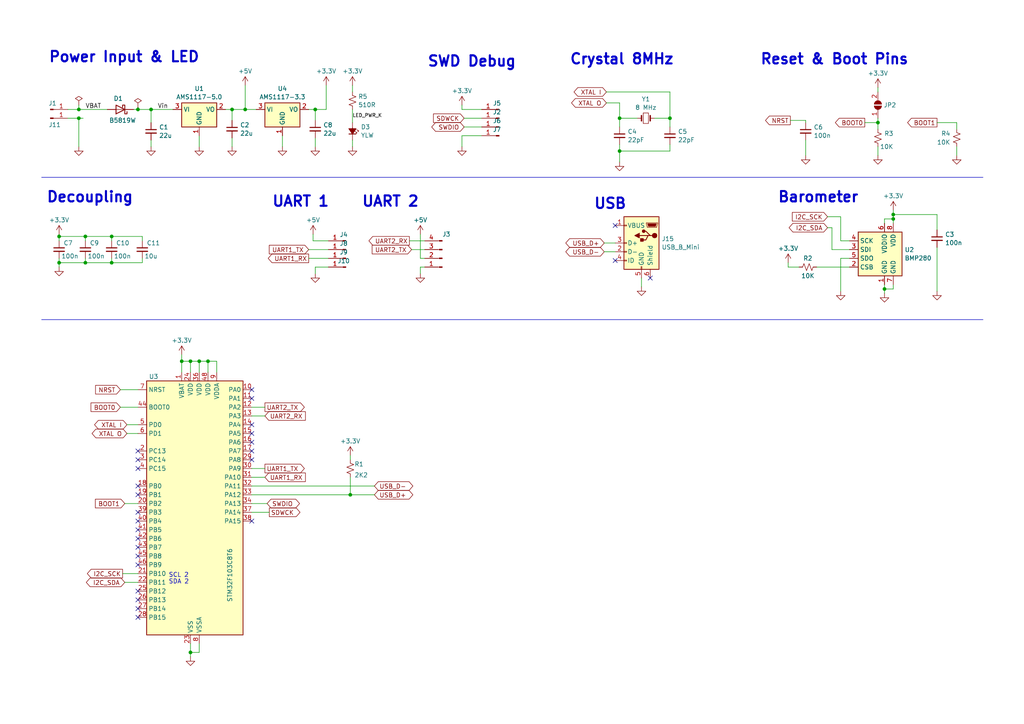
<source format=kicad_sch>
(kicad_sch (version 20230121) (generator eeschema)
  (paper "A4")
  (title_block (title "AltRX Project") (date "01-aug-2023") (rev "1.0") (company "(c) 2023 Claude Benoit"))
  (lib_symbols
    (symbol "Connector:Conn_01x01_Pin" (pin_names (offset 1.016) hide)
      (property "Reference" "J" (at 0 2.54 0))
      (property "Value" "Conn_01x01_Pin" (at 0 -2.54 0))
      (symbol "Conn_01x01_Pin_1_1"
        (polyline (pts (xy 1.27 0) (xy 0.8636 0)) (stroke (width 0.1524)))
        (rectangle (start 0.8636 0.127) (end 0 -0.127) (stroke (width 0.1524)) (fill (type outline)))
        (pin passive line (at 5.08 0 180) (length 3.81) (name "Pin_1") (number "1"))
      )
    )
    (symbol "Connector:Conn_01x04_Pin" (pin_names (offset 1.016) hide)
      (property "Reference" "J" (at 0 5.08 0))
      (property "Value" "Conn_01x04_Pin" (at 0 -7.62 0))
      (symbol "Conn_01x04_Pin_1_1"
        (polyline (pts (xy 1.27 -5.08) (xy 0.8636 -5.08)) (stroke (width 0.1524)))
        (polyline (pts (xy 1.27 -2.54) (xy 0.8636 -2.54)) (stroke (width 0.1524)))
        (polyline (pts (xy 1.27 0) (xy 0.8636 0)) (stroke (width 0.1524)))
        (polyline (pts (xy 1.27 2.54) (xy 0.8636 2.54)) (stroke (width 0.1524)))
        (rectangle (start 0.8636 -4.953) (end 0 -5.207) (stroke (width 0.1524)) (fill (type outline)))
        (rectangle (start 0.8636 -2.413) (end 0 -2.667) (stroke (width 0.1524)) (fill (type outline)))
        (rectangle (start 0.8636 0.127) (end 0 -0.127) (stroke (width 0.1524)) (fill (type outline)))
        (rectangle (start 0.8636 2.667) (end 0 2.413) (stroke (width 0.1524)) (fill (type outline)))
        (pin passive line (at 5.08 2.54 180) (length 3.81) (name "Pin_1") (number "1"))
        (pin passive line (at 5.08 0 180) (length 3.81) (name "Pin_2") (number "2"))
        (pin passive line (at 5.08 -2.54 180) (length 3.81) (name "Pin_3") (number "3"))
        (pin passive line (at 5.08 -5.08 180) (length 3.81) (name "Pin_4") (number "4"))
      )
    )
    (symbol "Connector:USB_B_Mini" (pin_names (offset 1.016))
      (property "Reference" "J" (at -5.08 11.43 0))
      (property "Value" "USB_B_Mini" (at -5.08 8.89 0))
      (symbol "USB_B_Mini_0_1"
        (rectangle (start -5.08 -7.62) (end 5.08 7.62) (stroke (width 0.254)) (fill (type background)))
        (circle (center -3.81 2.159) (radius 0.635) (stroke (width 0.254)) (fill (type outline)))
        (circle (center -0.635 3.429) (radius 0.381) (stroke (width 0.254)) (fill (type outline)))
        (rectangle (start -0.127 -7.62) (end 0.127 -6.858))
        (polyline (pts (xy -1.905 2.159) (xy 0.635 2.159)) (stroke (width 0.254)))
        (polyline (pts (xy -3.175 2.159) (xy -2.54 2.159) (xy -1.27 3.429) (xy -0.635 3.429)) (stroke (width 0.254)))
        (polyline (pts (xy -2.54 2.159) (xy -1.905 2.159) (xy -1.27 0.889) (xy 0 0.889)) (stroke (width 0.254)))
        (polyline (pts (xy 0.635 2.794) (xy 0.635 1.524) (xy 1.905 2.159) (xy 0.635 2.794)) (stroke (width 0.254)) (fill (type outline)))
        (polyline (pts (xy -4.318 5.588) (xy -1.778 5.588) (xy -2.032 4.826) (xy -4.064 4.826) (xy -4.318 5.588)) (fill (type outline)))
        (polyline (pts (xy -4.699 5.842) (xy -4.699 5.588) (xy -4.445 4.826) (xy -4.445 4.572) (xy -1.651 4.572) (xy -1.651 4.826) (xy -1.397 5.588) (xy -1.397 5.842) (xy -4.699 5.842)))
        (rectangle (start 0.254 1.27) (end -0.508 0.508) (stroke (width 0.254)) (fill (type outline)))
        (rectangle (start 5.08 -5.207) (end 4.318 -4.953))
        (rectangle (start 5.08 -2.667) (end 4.318 -2.413))
        (rectangle (start 5.08 -0.127) (end 4.318 0.127))
        (rectangle (start 5.08 4.953) (end 4.318 5.207))
      )
      (symbol "USB_B_Mini_1_1"
        (pin power_out line (at 7.62 5.08 180) (length 2.54) (name "VBUS") (number "1"))
        (pin bidirectional line (at 7.62 -2.54 180) (length 2.54) (name "D-") (number "2"))
        (pin bidirectional line (at 7.62 0 180) (length 2.54) (name "D+") (number "3"))
        (pin passive line (at 7.62 -5.08 180) (length 2.54) (name "ID") (number "4"))
        (pin power_out line (at 0 -10.16 90) (length 2.54) (name "GND") (number "5"))
        (pin passive line (at -2.54 -10.16 90) (length 2.54) (name "Shield") (number "6"))
      )
    )
    (symbol "Device:C_Small" (pin_numbers hide) (pin_names (offset 0.254) hide)
      (property "Reference" "C" (at 0.254 1.778 0))
      (property "Value" "C_Small" (at 0.254 -2.032 0))
      (symbol "C_Small_0_1"
        (polyline (pts (xy -1.524 -0.508) (xy 1.524 -0.508)) (stroke (width 0.3302)))
        (polyline (pts (xy -1.524 0.508) (xy 1.524 0.508)) (stroke (width 0.3048)))
      )
      (symbol "C_Small_1_1"
        (pin passive line (at 0 2.54 270) (length 2.032) (name "~") (number "1"))
        (pin passive line (at 0 -2.54 90) (length 2.032) (name "~") (number "2"))
      )
    )
    (symbol "Device:Crystal_Small" (pin_numbers hide) (pin_names (offset 1.016) hide)
      (property "Reference" "Y" (at 0 2.54 0))
      (property "Value" "Crystal_Small" (at 0 -2.54 0))
      (symbol "Crystal_Small_0_1"
        (rectangle (start -0.762 -1.524) (end 0.762 1.524))
        (polyline (pts (xy -1.27 -0.762) (xy -1.27 0.762)) (stroke (width 0.381)))
        (polyline (pts (xy 1.27 -0.762) (xy 1.27 0.762)) (stroke (width 0.381)))
      )
      (symbol "Crystal_Small_1_1"
        (pin passive line (at -2.54 0 0) (length 1.27) (name "1") (number "1"))
        (pin passive line (at 2.54 0 180) (length 1.27) (name "2") (number "2"))
      )
    )
    (symbol "Device:LED_Small_Filled" (pin_numbers hide) (pin_names (offset 0.254) hide)
      (property "Reference" "D" (at -1.27 3.175 0))
      (property "Value" "LED_Small_Filled" (at -4.445 -2.54 0))
      (symbol "LED_Small_Filled_0_1"
        (polyline (pts (xy -0.762 -1.016) (xy -0.762 1.016)) (stroke (width 0.254)))
        (polyline (pts (xy 1.016 0) (xy -0.762 0)))
        (polyline (pts (xy 0.762 -1.016) (xy -0.762 0) (xy 0.762 1.016) (xy 0.762 -1.016)) (stroke (width 0.254)) (fill (type outline)))
        (polyline (pts (xy 0 0.762) (xy -0.508 1.27) (xy -0.254 1.27) (xy -0.508 1.27) (xy -0.508 1.016)))
        (polyline (pts (xy 0.508 1.27) (xy 0 1.778) (xy 0.254 1.778) (xy 0 1.778) (xy 0 1.524)))
      )
      (symbol "LED_Small_Filled_1_1"
        (pin passive line (at -2.54 0 0) (length 1.778) (name "K") (number "1"))
        (pin passive line (at 2.54 0 180) (length 1.778) (name "A") (number "2"))
      )
    )
    (symbol "Device:R_Small_US" (pin_numbers hide) (pin_names (offset 0.254) hide)
      (property "Reference" "R" (at 0.762 0.508 0))
      (property "Value" "R_Small_US" (at 0.762 -1.016 0))
      (symbol "R_Small_US_1_1"
        (polyline (pts (xy 0 0) (xy 1.016 -0.381) (xy 0 -0.762) (xy -1.016 -1.143) (xy 0 -1.524)))
        (polyline (pts (xy 0 1.524) (xy 1.016 1.143) (xy 0 0.762) (xy -1.016 0.381) (xy 0 0)))
        (pin passive line (at 0 2.54 270) (length 1.016) (name "~") (number "1"))
        (pin passive line (at 0 -2.54 90) (length 1.016) (name "~") (number "2"))
      )
    )
    (symbol "Diode:1N5819WS" (pin_numbers hide) (pin_names (offset 1.016) hide)
      (property "Reference" "D" (at 0 2.54 0))
      (property "Value" "1N5819WS" (at 0 -2.54 0))
      (symbol "1N5819WS_0_1"
        (polyline (pts (xy 1.27 0) (xy -1.27 0)))
        (polyline (pts (xy 1.27 1.27) (xy 1.27 -1.27) (xy -1.27 0) (xy 1.27 1.27)) (stroke (width 0.254)))
        (polyline (pts (xy -1.905 0.635) (xy -1.905 1.27) (xy -1.27 1.27) (xy -1.27 -1.27) (xy -0.635 -1.27) (xy -0.635 -0.635)) (stroke (width 0.254)))
      )
      (symbol "1N5819WS_1_1"
        (pin passive line (at -3.81 0 0) (length 2.54) (name "K") (number "1"))
        (pin passive line (at 3.81 0 180) (length 2.54) (name "A") (number "2"))
      )
    )
    (symbol "Jumper:SolderJumper_2_Open" (pin_names (offset 0) hide)
      (property "Reference" "JP" (at 0 2.032 0))
      (property "Value" "SolderJumper_2_Open" (at 0 -2.54 0))
      (symbol "SolderJumper_2_Open_0_1"
        (arc (start -0.254 1.016) (mid -1.2656 0) (end -0.254 -1.016))
        (arc (start -0.254 1.016) (mid -1.2656 0) (end -0.254 -1.016) (fill (type outline)))
        (polyline (pts (xy -0.254 1.016) (xy -0.254 -1.016)))
        (polyline (pts (xy 0.254 1.016) (xy 0.254 -1.016)))
        (arc (start 0.254 -1.016) (mid 1.2656 0) (end 0.254 1.016))
        (arc (start 0.254 -1.016) (mid 1.2656 0) (end 0.254 1.016) (fill (type outline)))
      )
      (symbol "SolderJumper_2_Open_1_1"
        (pin passive line (at -3.81 0 0) (length 2.54) (name "A") (number "1"))
        (pin passive line (at 3.81 0 180) (length 2.54) (name "B") (number "2"))
      )
    )
    (symbol "MCU_ST_STM32F1:STM32F103C8Tx"
      (property "Reference" "U" (at -12.7 39.37 0))
      (property "Value" "STM32F103C8Tx" (at 10.16 39.37 0))
      (symbol "STM32F103C8Tx_0_1"
        (rectangle (start -12.7 -35.56) (end 15.24 38.1) (stroke (width 0.254)) (fill (type background)))
      )
      (symbol "STM32F103C8Tx_1_1"
        (pin power_in line (at -2.54 40.64 270) (length 2.54) (name "VBAT") (number "1"))
        (pin bidirectional line (at 17.78 35.56 180) (length 2.54) (name "PA0") (number "10"))
        (pin bidirectional line (at 17.78 33.02 180) (length 2.54) (name "PA1") (number "11"))
        (pin bidirectional line (at 17.78 30.48 180) (length 2.54) (name "PA2") (number "12"))
        (pin bidirectional line (at 17.78 27.94 180) (length 2.54) (name "PA3") (number "13"))
        (pin bidirectional line (at 17.78 25.4 180) (length 2.54) (name "PA4") (number "14"))
        (pin bidirectional line (at 17.78 22.86 180) (length 2.54) (name "PA5") (number "15"))
        (pin bidirectional line (at 17.78 20.32 180) (length 2.54) (name "PA6") (number "16"))
        (pin bidirectional line (at 17.78 17.78 180) (length 2.54) (name "PA7") (number "17"))
        (pin bidirectional line (at -15.24 7.62 0) (length 2.54) (name "PB0") (number "18"))
        (pin bidirectional line (at -15.24 5.08 0) (length 2.54) (name "PB1") (number "19"))
        (pin bidirectional line (at -15.24 17.78 0) (length 2.54) (name "PC13") (number "2"))
        (pin bidirectional line (at -15.24 2.54 0) (length 2.54) (name "PB2") (number "20"))
        (pin bidirectional line (at -15.24 -17.78 0) (length 2.54) (name "PB10") (number "21"))
        (pin bidirectional line (at -15.24 -20.32 0) (length 2.54) (name "PB11") (number "22"))
        (pin power_in line (at 0 -38.1 90) (length 2.54) (name "VSS") (number "23"))
        (pin power_in line (at 0 40.64 270) (length 2.54) (name "VDD") (number "24"))
        (pin bidirectional line (at -15.24 -22.86 0) (length 2.54) (name "PB12") (number "25"))
        (pin bidirectional line (at -15.24 -25.4 0) (length 2.54) (name "PB13") (number "26"))
        (pin bidirectional line (at -15.24 -27.94 0) (length 2.54) (name "PB14") (number "27"))
        (pin bidirectional line (at -15.24 -30.48 0) (length 2.54) (name "PB15") (number "28"))
        (pin bidirectional line (at 17.78 15.24 180) (length 2.54) (name "PA8") (number "29"))
        (pin bidirectional line (at -15.24 15.24 0) (length 2.54) (name "PC14") (number "3"))
        (pin bidirectional line (at 17.78 12.7 180) (length 2.54) (name "PA9") (number "30"))
        (pin bidirectional line (at 17.78 10.16 180) (length 2.54) (name "PA10") (number "31"))
        (pin bidirectional line (at 17.78 7.62 180) (length 2.54) (name "PA11") (number "32"))
        (pin bidirectional line (at 17.78 5.08 180) (length 2.54) (name "PA12") (number "33"))
        (pin bidirectional line (at 17.78 2.54 180) (length 2.54) (name "PA13") (number "34"))
        (pin passive line (at 0 -38.1 90) (length 2.54) hide (name "VSS") (number "35"))
        (pin power_in line (at 2.54 40.64 270) (length 2.54) (name "VDD") (number "36"))
        (pin bidirectional line (at 17.78 0 180) (length 2.54) (name "PA14") (number "37"))
        (pin bidirectional line (at 17.78 -2.54 180) (length 2.54) (name "PA15") (number "38"))
        (pin bidirectional line (at -15.24 0 0) (length 2.54) (name "PB3") (number "39"))
        (pin bidirectional line (at -15.24 12.7 0) (length 2.54) (name "PC15") (number "4"))
        (pin bidirectional line (at -15.24 -2.54 0) (length 2.54) (name "PB4") (number "40"))
        (pin bidirectional line (at -15.24 -5.08 0) (length 2.54) (name "PB5") (number "41"))
        (pin bidirectional line (at -15.24 -7.62 0) (length 2.54) (name "PB6") (number "42"))
        (pin bidirectional line (at -15.24 -10.16 0) (length 2.54) (name "PB7") (number "43"))
        (pin input line (at -15.24 30.48 0) (length 2.54) (name "BOOT0") (number "44"))
        (pin bidirectional line (at -15.24 -12.7 0) (length 2.54) (name "PB8") (number "45"))
        (pin bidirectional line (at -15.24 -15.24 0) (length 2.54) (name "PB9") (number "46"))
        (pin passive line (at 0 -38.1 90) (length 2.54) hide (name "VSS") (number "47"))
        (pin power_in line (at 5.08 40.64 270) (length 2.54) (name "VDD") (number "48"))
        (pin bidirectional line (at -15.24 25.4 0) (length 2.54) (name "PD0") (number "5"))
        (pin bidirectional line (at -15.24 22.86 0) (length 2.54) (name "PD1") (number "6"))
        (pin input line (at -15.24 35.56 0) (length 2.54) (name "NRST") (number "7"))
        (pin power_in line (at 2.54 -38.1 90) (length 2.54) (name "VSSA") (number "8"))
        (pin power_in line (at 7.62 40.64 270) (length 2.54) (name "VDDA") (number "9"))
      )
    )
    (symbol "Regulator_Linear:AMS1117-3.3"
      (property "Reference" "U" (at -3.81 3.175 0))
      (property "Value" "AMS1117-3.3" (at 0 3.175 0))
      (symbol "AMS1117-3.3_0_1"
        (rectangle (start -5.08 -5.08) (end 5.08 1.905) (stroke (width 0.254)) (fill (type background)))
      )
      (symbol "AMS1117-3.3_1_1"
        (pin power_in line (at 0 -7.62 90) (length 2.54) (name "GND") (number "1"))
        (pin power_out line (at 7.62 0 180) (length 2.54) (name "VO") (number "2"))
        (pin power_in line (at -7.62 0 0) (length 2.54) (name "VI") (number "3"))
      )
    )
    (symbol "Regulator_Linear:AMS1117-5.0"
      (property "Reference" "U" (at -3.81 3.175 0))
      (property "Value" "AMS1117-5.0" (at 0 3.175 0))
      (symbol "AMS1117-5.0_0_1"
        (rectangle (start -5.08 -5.08) (end 5.08 1.905) (stroke (width 0.254)) (fill (type background)))
      )
      (symbol "AMS1117-5.0_1_1"
        (pin power_in line (at 0 -7.62 90) (length 2.54) (name "GND") (number "1"))
        (pin power_out line (at 7.62 0 180) (length 2.54) (name "VO") (number "2"))
        (pin power_in line (at -7.62 0 0) (length 2.54) (name "VI") (number "3"))
      )
    )
    (symbol "Sensor_Pressure:BMP280"
      (property "Reference" "U" (at -7.62 10.16 0))
      (property "Value" "BMP280" (at 5.08 10.16 0))
      (symbol "BMP280_0_1"
        (rectangle (start -7.62 -5.08) (end 5.08 7.62) (stroke (width 0.254)) (fill (type background)))
      )
      (symbol "BMP280_1_1"
        (pin power_in line (at 0 -7.62 90) (length 2.54) (name "GND") (number "1"))
        (pin input line (at -10.16 -2.54 0) (length 2.54) (name "CSB") (number "2"))
        (pin bidirectional line (at -10.16 2.54 0) (length 2.54) (name "SDI") (number "3"))
        (pin input line (at -10.16 5.08 0) (length 2.54) (name "SCK") (number "4"))
        (pin bidirectional line (at -10.16 0 0) (length 2.54) (name "SDO") (number "5"))
        (pin power_in line (at 0 10.16 270) (length 2.54) (name "VDDIO") (number "6"))
        (pin power_in line (at 2.54 -7.62 90) (length 2.54) (name "GND") (number "7"))
        (pin power_in line (at 2.54 10.16 270) (length 2.54) (name "VDD") (number "8"))
      )
    )
    (symbol "power:+3.3V" (power) (pin_names (offset 0))
      (property "Value" "+3.3V" (at 0 3.556 0))
      (symbol "+3.3V_0_1"
        (polyline (pts (xy -0.762 1.27) (xy 0 2.54)))
        (polyline (pts (xy 0 0) (xy 0 2.54)))
        (polyline (pts (xy 0 2.54) (xy 0.762 1.27)))
      )
      (symbol "+3.3V_1_1"
        (pin power_in line (at 0 0 90) (length 0) hide (name "+3.3V") (number "1"))
      )
    )
    (symbol "power:+5V" (power) (pin_names (offset 0))
      (property "Value" "+5V" (at 0 3.556 0))
      (symbol "+5V_0_1"
        (polyline (pts (xy -0.762 1.27) (xy 0 2.54)))
        (polyline (pts (xy 0 0) (xy 0 2.54)))
        (polyline (pts (xy 0 2.54) (xy 0.762 1.27)))
      )
      (symbol "+5V_1_1"
        (pin power_in line (at 0 0 90) (length 0) hide (name "+5V") (number "1"))
      )
    )
    (symbol "power:GND" (power) (pin_names (offset 0))
      (property "Value" "GND" (at 0 -3.81 0))
      (symbol "GND_0_1"
        (polyline (pts (xy 0 0) (xy 0 -1.27) (xy 1.27 -1.27) (xy 0 -2.54) (xy -1.27 -1.27) (xy 0 -1.27)))
      )
      (symbol "GND_1_1"
        (pin power_in line (at 0 0 270) (length 0) hide (name "GND") (number "1"))
      )
    )
    (symbol "power:PWR_FLAG" (power) (pin_numbers hide) (pin_names (offset 0) hide)
      (property "Value" "PWR_FLAG" (at 0 3.81 0))
      (symbol "PWR_FLAG_0_0"
        (pin power_out line (at 0 0 90) (length 0) (name "pwr") (number "1"))
      )
      (symbol "PWR_FLAG_0_1"
        (polyline (pts (xy 0 0) (xy 0 1.27) (xy -1.016 1.905) (xy 0 2.54) (xy 1.016 1.905) (xy 0 1.27)))
      )
    )
  )
  (junction (at 179.705 43.815))
  (junction (at 24.765 76.2))
  (junction (at 52.705 104.775))
  (junction (at 43.815 31.75))
  (junction (at 32.385 68.58))
  (junction (at 55.245 104.775))
  (junction (at 67.31 31.75))
  (junction (at 40.005 31.75))
  (junction (at 32.385 76.2))
  (junction (at 24.765 68.58))
  (junction (at 179.705 34.29))
  (junction (at 22.86 34.29))
  (junction (at 71.12 31.75))
  (junction (at 101.6 143.51))
  (junction (at 17.145 76.2))
  (junction (at 194.31 34.29))
  (junction (at 57.785 104.775))
  (junction (at 91.44 31.75))
  (junction (at 254.635 35.56))
  (junction (at 17.145 68.58))
  (junction (at 259.08 63.5))
  (junction (at 256.54 83.82))
  (junction (at 55.245 189.23))
  (junction (at 259.08 62.23))
  (junction (at 22.86 31.75))
  (junction (at 60.325 104.775))
  (no_connect (at 40.005 143.51))
  (no_connect (at 40.005 173.99))
  (no_connect (at 40.005 171.45))
  (no_connect (at 178.435 65.405))
  (no_connect (at 40.005 176.53))
  (no_connect (at 188.595 80.645))
  (no_connect (at 40.005 151.13))
  (no_connect (at 73.025 128.27))
  (no_connect (at 40.005 153.67))
  (no_connect (at 40.005 135.89))
  (no_connect (at 178.435 75.565))
  (no_connect (at 73.025 115.57))
  (no_connect (at 40.005 179.07))
  (no_connect (at 40.005 130.81))
  (no_connect (at 73.025 151.13))
  (no_connect (at 40.005 156.21))
  (no_connect (at 40.005 161.29))
  (no_connect (at 40.005 163.83))
  (no_connect (at 73.025 130.81))
  (no_connect (at 40.005 158.75))
  (no_connect (at 40.005 133.35))
  (no_connect (at 73.025 133.35))
  (no_connect (at 40.005 140.97))
  (no_connect (at 40.005 148.59))
  (no_connect (at 73.025 123.19))
  (no_connect (at 73.025 125.73))
  (no_connect (at 73.025 113.03))
  (wire (pts (xy 32.385 68.58) (xy 32.385 69.85)))
  (wire (pts (xy 241.3 72.39) (xy 241.3 66.04)))
  (wire (pts (xy 67.31 40.005) (xy 67.31 42.545)))
  (wire (pts (xy 194.31 43.815) (xy 179.705 43.815)))
  (wire (pts (xy 32.385 76.2) (xy 24.765 76.2)))
  (wire (pts (xy 35.56 166.37) (xy 40.005 166.37)))
  (wire (pts (xy 121.92 74.93) (xy 123.19 74.93)))
  (wire (pts (xy 241.3 66.04) (xy 240.03 66.04)))
  (wire (pts (xy 175.26 70.485) (xy 178.435 70.485)))
  (wire (pts (xy 81.915 39.37) (xy 81.915 42.545)))
  (wire (pts (xy 57.785 104.775) (xy 55.245 104.775)))
  (wire (pts (xy 17.145 67.945) (xy 17.145 68.58)))
  (wire (pts (xy 194.31 34.29) (xy 194.31 36.83)))
  (wire (pts (xy 102.235 24.765) (xy 102.235 26.67)))
  (wire (pts (xy 134.62 36.83) (xy 139.7 36.83)))
  (wire (pts (xy 67.31 31.75) (xy 71.12 31.75)))
  (wire (pts (xy 133.985 31.75) (xy 133.985 30.48)))
  (wire (pts (xy 73.025 146.05) (xy 77.47 146.05)))
  (wire (pts (xy 254.635 34.29) (xy 254.635 35.56)))
  (wire (pts (xy 90.805 69.85) (xy 95.25 69.85)))
  (wire (pts (xy 24.765 69.85) (xy 24.765 68.58)))
  (wire (pts (xy 118.745 69.85) (xy 123.19 69.85)))
  (wire (pts (xy 55.245 104.775) (xy 52.705 104.775)))
  (wire (pts (xy 22.86 34.29) (xy 19.685 34.29)))
  (wire (pts (xy 259.08 60.96) (xy 259.08 62.23)))
  (wire (pts (xy 101.6 138.43) (xy 101.6 143.51)))
  (wire (pts (xy 19.685 31.75) (xy 22.86 31.75)))
  (wire (pts (xy 89.535 31.75) (xy 91.44 31.75)))
  (wire (pts (xy 71.12 24.765) (xy 71.12 31.75)))
  (wire (pts (xy 139.7 31.75) (xy 133.985 31.75)))
  (wire (pts (xy 73.025 138.43) (xy 76.835 138.43)))
  (wire (pts (xy 228.6 76.2) (xy 228.6 77.47)))
  (wire (pts (xy 243.84 62.865) (xy 243.84 69.85)))
  (wire (pts (xy 271.78 62.23) (xy 259.08 62.23)))
  (wire (pts (xy 62.865 104.775) (xy 60.325 104.775)))
  (wire (pts (xy 194.31 26.67) (xy 194.31 34.29)))
  (wire (pts (xy 243.84 74.93) (xy 243.84 84.455)))
  (wire (pts (xy 175.26 73.025) (xy 178.435 73.025)))
  (wire (pts (xy 17.145 68.58) (xy 17.145 69.85)))
  (wire (pts (xy 24.765 76.2) (xy 17.145 76.2)))
  (wire (pts (xy 254.635 35.56) (xy 254.635 37.465)))
  (wire (pts (xy 17.145 74.93) (xy 17.145 76.2)))
  (wire (pts (xy 89.535 72.39) (xy 95.25 72.39)))
  (wire (pts (xy 133.985 39.37) (xy 133.985 42.545)))
  (wire (pts (xy 41.275 69.85) (xy 41.275 68.58)))
  (wire (pts (xy 271.78 66.675) (xy 271.78 62.23)))
  (wire (pts (xy 271.78 71.755) (xy 271.78 84.455)))
  (wire (pts (xy 102.235 31.75) (xy 102.235 35.56)))
  (wire (pts (xy 32.385 68.58) (xy 24.765 68.58)))
  (wire (pts (xy 73.025 143.51) (xy 101.6 143.51)))
  (wire (pts (xy 236.855 77.47) (xy 246.38 77.47)))
  (wire (pts (xy 139.7 39.37) (xy 133.985 39.37)))
  (wire (pts (xy 38.735 31.75) (xy 40.005 31.75)))
  (wire (pts (xy 36.195 168.91) (xy 40.005 168.91)))
  (wire (pts (xy 179.705 34.29) (xy 179.705 29.845)))
  (wire (pts (xy 52.705 104.775) (xy 52.705 107.95)))
  (wire (pts (xy 94.615 31.75) (xy 94.615 24.765)))
  (wire (pts (xy 259.08 62.23) (xy 259.08 63.5)))
  (wire (pts (xy 121.92 67.945) (xy 121.92 74.93)))
  (wire (pts (xy 22.86 34.29) (xy 22.86 42.545)))
  (wire (pts (xy 119.38 72.39) (xy 123.19 72.39)))
  (wire (pts (xy 179.705 41.91) (xy 179.705 43.815)))
  (wire (pts (xy 57.785 186.69) (xy 57.785 189.23)))
  (wire (pts (xy 194.31 41.91) (xy 194.31 43.815)))
  (wire (pts (xy 55.245 189.23) (xy 55.245 190.5)))
  (wire (pts (xy 40.005 31.75) (xy 43.815 31.75)))
  (wire (pts (xy 246.38 72.39) (xy 241.3 72.39)))
  (wire (pts (xy 233.68 40.64) (xy 233.68 45.085)))
  (wire (pts (xy 179.705 29.845) (xy 175.895 29.845)))
  (wire (pts (xy 67.31 31.75) (xy 67.31 34.925)))
  (wire (pts (xy 89.535 74.93) (xy 95.25 74.93)))
  (wire (pts (xy 40.005 31.115) (xy 40.005 31.75)))
  (wire (pts (xy 57.785 104.775) (xy 57.785 107.95)))
  (wire (pts (xy 256.54 63.5) (xy 259.08 63.5)))
  (wire (pts (xy 91.44 40.005) (xy 91.44 42.545)))
  (wire (pts (xy 246.38 74.93) (xy 243.84 74.93)))
  (wire (pts (xy 250.825 35.56) (xy 254.635 35.56)))
  (wire (pts (xy 259.08 83.82) (xy 256.54 83.82)))
  (wire (pts (xy 43.815 31.75) (xy 50.165 31.75)))
  (wire (pts (xy 121.92 79.375) (xy 121.92 77.47)))
  (wire (pts (xy 101.6 132.08) (xy 101.6 133.35)))
  (polyline (pts (xy 12.065 92.71) (xy 285.115 92.71)))
  (wire (pts (xy 24.765 74.93) (xy 24.765 76.2)))
  (wire (pts (xy 254.635 25.4) (xy 254.635 26.67)))
  (wire (pts (xy 22.86 31.75) (xy 31.115 31.75)))
  (wire (pts (xy 52.705 102.87) (xy 52.705 104.775)))
  (wire (pts (xy 36.83 125.73) (xy 40.005 125.73)))
  (wire (pts (xy 41.275 74.93) (xy 41.275 76.2)))
  (wire (pts (xy 34.925 113.03) (xy 40.005 113.03)))
  (wire (pts (xy 34.925 118.11) (xy 40.005 118.11)))
  (wire (pts (xy 71.12 31.75) (xy 74.295 31.75)))
  (wire (pts (xy 55.245 186.69) (xy 55.245 189.23)))
  (wire (pts (xy 55.245 104.775) (xy 55.245 107.95)))
  (wire (pts (xy 43.815 40.64) (xy 43.815 42.545)))
  (wire (pts (xy 121.92 77.47) (xy 123.19 77.47)))
  (wire (pts (xy 73.025 148.59) (xy 78.105 148.59)))
  (wire (pts (xy 36.195 146.05) (xy 40.005 146.05)))
  (wire (pts (xy 22.86 34.29) (xy 24.13 34.29)))
  (wire (pts (xy 73.025 118.11) (xy 76.835 118.11)))
  (wire (pts (xy 60.325 104.775) (xy 57.785 104.775)))
  (wire (pts (xy 243.84 69.85) (xy 246.38 69.85)))
  (wire (pts (xy 17.145 76.2) (xy 17.145 77.47)))
  (wire (pts (xy 65.405 31.75) (xy 67.31 31.75)))
  (wire (pts (xy 175.895 26.67) (xy 194.31 26.67)))
  (wire (pts (xy 271.78 35.56) (xy 277.495 35.56)))
  (wire (pts (xy 259.08 82.55) (xy 259.08 83.82)))
  (wire (pts (xy 91.44 77.47) (xy 91.44 79.375)))
  (wire (pts (xy 254.635 42.545) (xy 254.635 45.085)))
  (wire (pts (xy 41.275 76.2) (xy 32.385 76.2)))
  (wire (pts (xy 256.54 82.55) (xy 256.54 83.82)))
  (wire (pts (xy 256.54 64.77) (xy 256.54 63.5)))
  (wire (pts (xy 62.865 107.95) (xy 62.865 104.775)))
  (wire (pts (xy 240.03 62.865) (xy 243.84 62.865)))
  (wire (pts (xy 73.025 135.89) (xy 76.835 135.89)))
  (wire (pts (xy 233.68 34.925) (xy 233.68 35.56)))
  (polyline (pts (xy 12.065 51.435) (xy 285.115 51.435)))
  (wire (pts (xy 179.705 43.815) (xy 179.705 46.99)))
  (wire (pts (xy 228.6 77.47) (xy 231.775 77.47)))
  (wire (pts (xy 22.86 30.48) (xy 22.86 31.75)))
  (wire (pts (xy 57.785 39.37) (xy 57.785 42.545)))
  (wire (pts (xy 189.865 34.29) (xy 194.31 34.29)))
  (wire (pts (xy 36.83 123.19) (xy 40.005 123.19)))
  (wire (pts (xy 229.235 34.925) (xy 233.68 34.925)))
  (wire (pts (xy 91.44 31.75) (xy 91.44 34.925)))
  (wire (pts (xy 90.805 67.945) (xy 90.805 69.85)))
  (wire (pts (xy 91.44 31.75) (xy 94.615 31.75)))
  (wire (pts (xy 101.6 143.51) (xy 108.585 143.51)))
  (wire (pts (xy 57.785 189.23) (xy 55.245 189.23)))
  (wire (pts (xy 179.705 34.29) (xy 184.785 34.29)))
  (wire (pts (xy 256.54 83.82) (xy 256.54 85.09)))
  (wire (pts (xy 60.325 104.775) (xy 60.325 107.95)))
  (wire (pts (xy 95.25 77.47) (xy 91.44 77.47)))
  (wire (pts (xy 179.705 36.83) (xy 179.705 34.29)))
  (wire (pts (xy 24.765 68.58) (xy 17.145 68.58)))
  (wire (pts (xy 102.235 40.64) (xy 102.235 42.545)))
  (wire (pts (xy 277.495 35.56) (xy 277.495 37.465)))
  (wire (pts (xy 259.08 63.5) (xy 259.08 64.77)))
  (wire (pts (xy 41.275 68.58) (xy 32.385 68.58)))
  (wire (pts (xy 73.025 140.97) (xy 108.585 140.97)))
  (wire (pts (xy 186.055 80.645) (xy 186.055 83.185)))
  (wire (pts (xy 32.385 74.93) (xy 32.385 76.2)))
  (wire (pts (xy 277.495 42.545) (xy 277.495 45.085)))
  (wire (pts (xy 134.62 34.29) (xy 139.7 34.29)))
  (wire (pts (xy 43.815 31.75) (xy 43.815 35.56)))
  (wire (pts (xy 73.025 120.65) (xy 76.835 120.65)))
  (text "Decoupling" (at 13.335 59.055 0) (effects (font (size 3 3) (thickness 0.6) bold) (justify left bottom)))
  (text "SDA 2" (at 48.895 169.545 0) (effects (font (size 1.27 1.27)) (justify left bottom)))
  (text "SWD Debug" (at 123.825 19.685 0) (effects (font (size 3 3) (thickness 0.6) bold) (justify left bottom)))
  (text "Barometer" (at 225.425 59.055 0) (effects (font (size 3 3) (thickness 0.6) bold) (justify left bottom)))
  (text "Reset & Boot Pins" (at 220.345 19.05 0) (effects (font (size 3 3) (thickness 0.6) bold) (justify left bottom)))
  (text "SCL 2" (at 48.895 167.64 0) (effects (font (size 1.27 1.27)) (justify left bottom)))
  (text "Crystal 8MHz" (at 165.1 19.05 0) (effects (font (size 3 3) (thickness 0.6) bold) (justify left bottom)))
  (text "UART 1" (at 78.74 60.325 0) (effects (font (size 3 3) (thickness 0.6) bold) (justify left bottom)))
  (text "Power Input & LED" (at 13.97 18.415 0) (effects (font (size 3 3) (thickness 0.6) bold) (justify left bottom)))
  (text "USB" (at 172.085 60.96 0) (effects (font (size 3 3) (thickness 0.6) bold) (justify left bottom)))
  (text "UART 2" (at 104.775 60.325 0) (effects (font (size 3 3) (thickness 0.6) bold) (justify left bottom)))
  (label "Vin" (at 45.72 31.75 0))
  (label "VBAT" (at 24.765 31.75 0))
  (label "LED_PWR_K" (at 102.235 34.29 0) (effects (font (size 1 1))))
  (global_label "NRST" (shape output) (at 229.235 34.925 180) (property "Intersheetrefs" "${INTERSHEET_REFS}" (effects hide)))
  (global_label "I2C_SDA" (shape bidirectional) (at 36.195 168.91 180) (property "Intersheetrefs" "${INTERSHEET_REFS}" (effects hide)))
  (global_label "BOOT0" (shape output) (at 250.825 35.56 180) (property "Intersheetrefs" "${INTERSHEET_REFS}" (effects hide)))
  (global_label "NRST" (shape input) (at 34.925 113.03 180) (property "Intersheetrefs" "${INTERSHEET_REFS}" (effects hide)))
  (global_label "I2C_SCK" (shape output) (at 35.56 166.37 180) (property "Intersheetrefs" "${INTERSHEET_REFS}" (effects hide)))
  (global_label "USB_D-" (shape bidirectional) (at 108.585 140.97 0) (property "Intersheetrefs" "${INTERSHEET_REFS}" (effects hide)))
  (global_label "XTAL I" (shape bidirectional) (at 175.895 26.67 180) (property "Intersheetrefs" "${INTERSHEET_REFS}" (effects hide)))
  (global_label "USB_D+" (shape bidirectional) (at 108.585 143.51 0) (property "Intersheetrefs" "${INTERSHEET_REFS}" (effects hide)))
  (global_label "UART1_TX" (shape input) (at 89.535 72.39 180) (property "Intersheetrefs" "${INTERSHEET_REFS}" (effects hide)))
  (global_label "BOOT1" (shape input) (at 36.195 146.05 180) (property "Intersheetrefs" "${INTERSHEET_REFS}" (effects hide)))
  (global_label "UART2_TX" (shape input) (at 119.38 72.39 180) (property "Intersheetrefs" "${INTERSHEET_REFS}" (effects hide)))
  (global_label "BOOT0" (shape input) (at 34.925 118.11 180) (property "Intersheetrefs" "${INTERSHEET_REFS}" (effects hide)))
  (global_label "SDWCK" (shape input) (at 134.62 34.29 180) (property "Intersheetrefs" "${INTERSHEET_REFS}" (effects hide)))
  (global_label "BOOT1" (shape output) (at 271.78 35.56 180) (property "Intersheetrefs" "${INTERSHEET_REFS}" (effects hide)))
  (global_label "XTAL O" (shape bidirectional) (at 36.83 125.73 180) (property "Intersheetrefs" "${INTERSHEET_REFS}" (effects hide)))
  (global_label "SWDIO" (shape bidirectional) (at 134.62 36.83 180) (property "Intersheetrefs" "${INTERSHEET_REFS}" (effects hide)))
  (global_label "UART2_RX" (shape input) (at 76.835 120.65 0) (property "Intersheetrefs" "${INTERSHEET_REFS}" (effects hide)))
  (global_label "USB_D+" (shape bidirectional) (at 175.26 70.485 180) (property "Intersheetrefs" "${INTERSHEET_REFS}" (effects hide)))
  (global_label "UART1_RX" (shape input) (at 76.835 138.43 0) (property "Intersheetrefs" "${INTERSHEET_REFS}" (effects hide)))
  (global_label "USB_D-" (shape bidirectional) (at 175.26 73.025 180) (property "Intersheetrefs" "${INTERSHEET_REFS}" (effects hide)))
  (global_label "I2C_SDA" (shape bidirectional) (at 240.03 66.04 180) (property "Intersheetrefs" "${INTERSHEET_REFS}" (effects hide)))
  (global_label "XTAL I" (shape bidirectional) (at 36.83 123.19 180) (property "Intersheetrefs" "${INTERSHEET_REFS}" (effects hide)))
  (global_label "SWDIO" (shape bidirectional) (at 77.47 146.05 0) (property "Intersheetrefs" "${INTERSHEET_REFS}" (effects hide)))
  (global_label "I2C_SCK" (shape input) (at 240.03 62.865 180) (property "Intersheetrefs" "${INTERSHEET_REFS}" (effects hide)))
  (global_label "SDWCK" (shape output) (at 78.105 148.59 0) (property "Intersheetrefs" "${INTERSHEET_REFS}" (effects hide)))
  (global_label "XTAL O" (shape bidirectional) (at 175.895 29.845 180) (property "Intersheetrefs" "${INTERSHEET_REFS}" (effects hide)))
  (global_label "UART1_TX" (shape output) (at 76.835 135.89 0) (property "Intersheetrefs" "${INTERSHEET_REFS}" (effects hide)))
  (global_label "UART2_RX" (shape output) (at 118.745 69.85 180) (property "Intersheetrefs" "${INTERSHEET_REFS}" (effects hide)))
  (global_label "UART1_RX" (shape output) (at 89.535 74.93 180) (property "Intersheetrefs" "${INTERSHEET_REFS}" (effects hide)))
  (global_label "UART2_TX" (shape output) (at 76.835 118.11 0) (property "Intersheetrefs" "${INTERSHEET_REFS}" (effects hide)))
  (symbol (lib_id "Device:R_Small_US") (at 101.6 135.89 0) (unit 1)
    (property "Reference" "R1" (at 104.14 134.62 0))
    (property "Value" "2K2" (at 104.775 137.795 0))
    (property "Footprint" "Resistor_SMD:R_0402_1005Metric" (effects hide))
    (property "LCSC" "C25879" (effects hide))
  )
  (symbol (lib_id "Device:C_Small") (at 41.275 72.39 0) (unit 1)
    (property "Reference" "C11" (at 42.545 70.485 0) (effects (justify left)))
    (property "Value" "10u" (at 41.91 74.295 0) (effects (justify left)))
    (property "Footprint" "Capacitor_SMD:C_1210_3225Metric" (effects hide))
    (property "LCSC" "C13585" (effects hide))
  )
  (symbol (lib_id "Device:C_Small") (at 91.44 37.465 0) (unit 1)
    (property "Reference" "C8" (at 93.7641 36.2592 0) (effects (justify left)))
    (property "Value" "22u" (at 93.7641 38.6834 0) (effects (justify left)))
    (property "Footprint" "Capacitor_SMD:C_0805_2012Metric" (effects hide))
    (property "LCSC" "C45783" (effects hide))
  )
  (symbol (lib_id "power:GND") (at 67.31 42.545 0) (unit 1)
    (property "Reference" "#PWR05" (effects hide))
    (property "Value" "GND" (effects hide))
  )
  (symbol (lib_id "Connector:Conn_01x01_Pin") (at 14.605 34.29 0) (unit 1)
    (property "Reference" "J11" (at 15.875 36.195 0))
    (property "Value" "Conn_01x01_Pin" (effects hide))
    (property "Footprint" "TestPoint:TestPoint_Pad_4.0x4.0mm" (effects hide))
  )
  (symbol (lib_id "power:GND") (at 271.78 84.455 0) (unit 1)
    (property "Reference" "#PWR010" (effects hide))
    (property "Value" "GND" (effects hide))
  )
  (symbol (lib_id "Device:C_Small") (at 67.31 37.465 0) (unit 1)
    (property "Reference" "C2" (at 69.6341 36.2592 0) (effects (justify left)))
    (property "Value" "22u" (at 69.6341 38.6834 0) (effects (justify left)))
    (property "Footprint" "Capacitor_SMD:C_0805_2012Metric" (effects hide))
    (property "LCSC" "C45783" (effects hide))
  )
  (symbol (lib_id "power:GND") (at 57.785 42.545 0) (unit 1)
    (property "Reference" "#PWR04" (effects hide))
    (property "Value" "GND" (effects hide))
  )
  (symbol (lib_id "power:GND") (at 102.235 42.545 0) (unit 1)
    (property "Reference" "#PWR034" (effects hide))
    (property "Value" "GND" (effects hide))
  )
  (symbol (lib_id "Sensor_Pressure:BMP280") (at 256.54 74.93 0) (unit 1)
    (property "Reference" "U2" (at 262.382 72.4479 0) (effects (justify left)))
    (property "Value" "BMP280" (at 262.382 74.8721 0) (effects (justify left)))
    (property "Footprint" "Package_LGA:Bosch_LGA-8_2x2.5mm_P0.65mm_ClockwisePinNumbering" (effects hide))
    (property "Datasheet" "https://ae-bst.resource.bosch.com/media/_tech/media/datasheets/BST-BMP280-DS001.pdf" (effects hide))
    (property "LCSC" "C83291" (effects hide))
  )
  (symbol (lib_id "Device:R_Small_US") (at 254.635 40.005 180) (unit 1)
    (property "Reference" "R3" (at 257.81 38.735 0))
    (property "Value" "10K" (at 257.175 42.545 0))
    (property "Footprint" "Resistor_SMD:R_0402_1005Metric" (effects hide))
    (property "LCSC" "C25744" (effects hide))
  )
  (symbol (lib_id "power:+3.3V") (at 94.615 24.765 0) (unit 1)
    (property "Reference" "#PWR032" (effects hide))
    (property "Value" "+3.3V" (at 94.615 20.6319 0))
  )
  (symbol (lib_id "Connector:Conn_01x01_Pin") (at 14.605 31.75 0) (unit 1)
    (property "Reference" "J1" (at 15.24 29.9537 0))
    (property "Value" "Conn_01x01_Pin" (effects hide))
    (property "Footprint" "TestPoint:TestPoint_Pad_4.0x4.0mm" (effects hide))
  )
  (symbol (lib_id "power:+3.3V") (at 17.145 67.945 0) (unit 1)
    (property "Reference" "#PWR01" (effects hide))
    (property "Value" "+3.3V" (at 17.145 63.8119 0))
  )
  (symbol (lib_id "power:+3.3V") (at 52.705 102.87 0) (unit 1)
    (property "Reference" "#PWR024" (effects hide))
    (property "Value" "+3.3V" (at 52.705 98.7369 0))
  )
  (symbol (lib_id "Device:C_Small") (at 24.765 72.39 0) (unit 1)
    (property "Reference" "C9" (at 26.035 70.485 0) (effects (justify left)))
    (property "Value" "100n" (at 25.4 74.295 0) (effects (justify left)))
    (property "Footprint" "Capacitor_SMD:C_0603_1608Metric" (effects hide))
    (property "LCSC" "C14663" (effects hide))
  )
  (symbol (lib_id "power:GND") (at 179.705 46.99 0) (unit 1)
    (property "Reference" "#PWR015" (effects hide))
    (property "Value" "GND" (effects hide))
  )
  (symbol (lib_id "power:GND") (at 91.44 79.375 0) (unit 1)
    (property "Reference" "#PWR022" (effects hide))
    (property "Value" "GND" (effects hide))
  )
  (symbol (lib_id "power:PWR_FLAG") (at 22.86 30.48 0) (unit 1)
    (property "Reference" "#FLG01" (effects hide))
    (property "Value" "PWR_FLAG" (effects hide))
  )
  (symbol (lib_id "power:GND") (at 133.985 42.545 0) (unit 1)
    (property "Reference" "#PWR014" (effects hide))
    (property "Value" "GND" (effects hide))
  )
  (symbol (lib_id "power:GND") (at 256.54 85.09 0) (unit 1)
    (property "Reference" "#PWR09" (effects hide))
    (property "Value" "GND" (effects hide))
  )
  (symbol (lib_id "Connector:Conn_01x01_Pin") (at 144.78 39.37 0) (mirror y) (unit 1)
    (property "Reference" "J7" (at 144.145 37.5737 0))
    (property "Value" "Conn_01x01_Pin" (effects hide))
    (property "Footprint" "TestPoint:TestPoint_Pad_1.0x1.0mm" (effects hide))
  )
  (symbol (lib_id "Device:C_Small") (at 43.815 38.1 0) (unit 1)
    (property "Reference" "C1" (at 46.1391 36.8942 0) (effects (justify left)))
    (property "Value" "22u" (at 46.1391 39.3184 0) (effects (justify left)))
    (property "Footprint" "Capacitor_SMD:C_0805_2012Metric" (effects hide))
    (property "LCSC" "C45783" (effects hide))
  )
  (symbol (lib_id "power:GND") (at 91.44 42.545 0) (unit 1)
    (property "Reference" "#PWR031" (effects hide))
    (property "Value" "GND" (effects hide))
  )
  (symbol (lib_id "power:+3.3V") (at 102.235 24.765 0) (unit 1)
    (property "Reference" "#PWR033" (effects hide))
    (property "Value" "+3.3V" (at 102.235 20.6319 0))
  )
  (symbol (lib_id "power:GND") (at 43.815 42.545 0) (unit 1)
    (property "Reference" "#PWR03" (effects hide))
    (property "Value" "GND" (effects hide))
  )
  (symbol (lib_id "Connector:Conn_01x04_Pin") (at 128.27 74.93 180) (unit 1)
    (property "Reference" "J3" (at 128.27 67.945 0) (effects (justify right)))
    (property "Value" "Conn_01x04_Pin" (effects hide))
    (property "Footprint" "Connector_PinSocket_2.54mm:PinSocket_1x04_P2.54mm_Vertical" (effects hide))
  )
  (symbol (lib_id "Device:Crystal_Small") (at 187.325 34.29 0) (unit 1)
    (property "Reference" "Y1" (at 187.325 28.7487 0))
    (property "Value" "8 MHz" (at 187.325 31.1729 0))
    (property "Footprint" "Crystal:Crystal_SMD_5032-2Pin_5.0x3.2mm" (effects hide))
    (property "LCSC" "C115962" (effects hide))
  )
  (symbol (lib_id "power:+3.3V") (at 259.08 60.96 0) (unit 1)
    (property "Reference" "#PWR08" (effects hide))
    (property "Value" "+3.3V" (at 259.08 56.8269 0))
  )
  (symbol (lib_id "Device:LED_Small_Filled") (at 102.235 38.1 270) (mirror x) (unit 1)
    (property "Reference" "D3" (at 104.648 36.8244 90) (effects (justify left)))
    (property "Value" "YLW" (at 104.648 39.2486 90) (effects (justify left)))
    (property "Footprint" "LED_SMD:LED_0603_1608Metric" (effects hide))
    (property "LCSC" "C2286" (effects hide))
  )
  (symbol (lib_id "Connector:Conn_01x01_Pin") (at 100.33 72.39 0) (mirror y) (unit 1)
    (property "Reference" "J8" (at 99.695 70.5937 0))
    (property "Value" "Conn_01x01_Pin" (effects hide))
    (property "Footprint" "TestPoint:TestPoint_Pad_1.0x1.0mm" (effects hide))
  )
  (symbol (lib_id "Connector:Conn_01x01_Pin") (at 144.78 31.75 0) (mirror y) (unit 1)
    (property "Reference" "J5" (at 144.145 29.9537 0))
    (property "Value" "Conn_01x01_Pin" (effects hide))
    (property "Footprint" "TestPoint:TestPoint_Pad_1.0x1.0mm" (effects hide))
  )
  (symbol (lib_id "Connector:Conn_01x01_Pin") (at 100.33 74.93 0) (mirror y) (unit 1)
    (property "Reference" "J9" (at 99.695 73.1337 0))
    (property "Value" "Conn_01x01_Pin" (effects hide))
    (property "Footprint" "TestPoint:TestPoint_Pad_1.0x1.0mm" (effects hide))
  )
  (symbol (lib_id "power:GND") (at 81.915 42.545 0) (unit 1)
    (property "Reference" "#PWR030" (effects hide))
    (property "Value" "GND" (effects hide))
  )
  (symbol (lib_id "Device:R_Small_US") (at 234.315 77.47 90) (unit 1)
    (property "Reference" "R2" (at 234.315 74.93 90))
    (property "Value" "10K" (at 234.315 80.01 90))
    (property "Footprint" "Resistor_SMD:R_0402_1005Metric" (effects hide))
    (property "LCSC" "C25744" (effects hide))
  )
  (symbol (lib_id "Device:R_Small_US") (at 102.235 29.21 0) (unit 1)
    (property "Reference" "R5" (at 103.886 27.9979 0) (effects (justify left)))
    (property "Value" "510R" (at 103.886 30.4221 0) (effects (justify left)))
    (property "Footprint" "Resistor_SMD:R_0402_1005Metric" (effects hide))
    (property "LCSC" "C25123" (effects hide))
  )
  (symbol (lib_id "Regulator_Linear:AMS1117-3.3") (at 81.915 31.75 0) (unit 1)
    (property "Reference" "U4" (at 81.915 25.7007 0))
    (property "Value" "AMS1117-3.3" (at 81.915 28.1249 0))
    (property "Footprint" "Package_TO_SOT_SMD:SOT-223" (effects hide))
    (property "Datasheet" "http://www.advanced-monolithic.com/pdf/ds1117.pdf" (effects hide))
    (property "LCSC" "C6186" (effects hide))
  )
  (symbol (lib_id "power:GND") (at 277.495 45.085 0) (unit 1)
    (property "Reference" "#PWR020" (effects hide))
    (property "Value" "GND" (effects hide))
  )
  (symbol (lib_id "Regulator_Linear:AMS1117-5.0") (at 57.785 31.75 0) (unit 1)
    (property "Reference" "U1" (at 57.785 25.7007 0))
    (property "Value" "AMS1117-5.0" (at 57.785 28.1249 0))
    (property "Footprint" "Package_TO_SOT_SMD:SOT-223" (effects hide))
    (property "Datasheet" "http://www.advanced-monolithic.com/pdf/ds1117.pdf" (effects hide))
    (property "LCSC" "C6187" (effects hide))
  )
  (symbol (lib_id "power:GND") (at 55.245 190.5 0) (unit 1)
    (property "Reference" "#PWR023" (effects hide))
    (property "Value" "GND" (effects hide))
  )
  (symbol (lib_id "power:GND") (at 22.86 42.545 0) (unit 1)
    (property "Reference" "#PWR02" (effects hide))
    (property "Value" "GND" (effects hide))
  )
  (symbol (lib_id "power:GND") (at 243.84 84.455 0) (unit 1)
    (property "Reference" "#PWR011" (effects hide))
    (property "Value" "GND" (effects hide))
  )
  (symbol (lib_id "power:GND") (at 186.055 83.185 0) (unit 1)
    (property "Reference" "#PWR027" (effects hide))
    (property "Value" "GND" (effects hide))
  )
  (symbol (lib_id "Connector:Conn_01x01_Pin") (at 100.33 77.47 0) (mirror y) (unit 1)
    (property "Reference" "J10" (at 99.695 75.6737 0))
    (property "Value" "Conn_01x01_Pin" (effects hide))
    (property "Footprint" "TestPoint:TestPoint_Pad_1.0x1.0mm" (effects hide))
  )
  (symbol (lib_id "Device:C_Small") (at 194.31 39.37 0) (unit 1)
    (property "Reference" "C5" (at 196.6341 38.1642 0) (effects (justify left)))
    (property "Value" "22pF" (at 196.6341 40.5884 0) (effects (justify left)))
    (property "Footprint" "Capacitor_SMD:C_0402_1005Metric" (effects hide))
    (property "LCSC" "C1555" (effects hide))
  )
  (symbol (lib_id "power:+3.3V") (at 133.985 30.48 0) (unit 1)
    (property "Reference" "#PWR013" (effects hide))
    (property "Value" "+3.3V" (at 133.985 26.3469 0))
  )
  (symbol (lib_id "power:PWR_FLAG") (at 40.005 31.115 0) (unit 1)
    (property "Reference" "#FLG03" (effects hide))
    (property "Value" "PWR_FLAG" (effects hide))
  )
  (symbol (lib_id "MCU_ST_STM32F1:STM32F103C8Tx") (at 55.245 148.59 0) (unit 1)
    (property "Reference" "U3" (at 43.18 109.22 0) (effects (justify left)))
    (property "Value" "STM32F103C8T6" (at 66.675 174.625 90) (effects (justify left)))
    (property "Footprint" "Package_QFP:LQFP-48_7x7mm_P0.5mm" (effects hide))
    (property "Datasheet" "https://www.st.com/resource/en/datasheet/stm32f103c8.pdf" (effects hide))
    (property "LCSC" "C8734" (effects hide))
  )
  (symbol (lib_id "Connector:Conn_01x01_Pin") (at 144.78 36.83 0) (mirror y) (unit 1)
    (property "Reference" "J6" (at 144.145 35.0337 0))
    (property "Value" "Conn_01x01_Pin" (effects hide))
    (property "Footprint" "TestPoint:TestPoint_Pad_1.0x1.0mm" (effects hide))
  )
  (symbol (lib_id "power:GND") (at 121.92 79.375 0) (unit 1)
    (property "Reference" "#PWR026" (effects hide))
    (property "Value" "GND" (effects hide))
  )
  (symbol (lib_id "Device:C_Small") (at 17.145 72.39 0) (unit 1)
    (property "Reference" "C7" (at 18.415 70.485 0) (effects (justify left)))
    (property "Value" "100n" (at 17.78 74.295 0) (effects (justify left)))
    (property "Footprint" "Capacitor_SMD:C_0603_1608Metric" (effects hide))
    (property "LCSC" "C14663" (effects hide))
  )
  (symbol (lib_id "power:+5V") (at 90.805 67.945 0) (unit 1)
    (property "Reference" "#PWR021" (effects hide))
    (property "Value" "+5V" (at 90.805 63.8119 0))
  )
  (symbol (lib_id "Connector:USB_B_Mini") (at 186.055 70.485 0) (mirror y) (unit 1)
    (property "Reference" "J15" (at 191.897 69.2729 0) (effects (justify right)))
    (property "Value" "USB_B_Mini" (at 191.897 71.6971 0) (effects (justify right)))
    (property "Footprint" "Connector_USB:USB_Micro-B_Wuerth_629105150521" (effects hide))
  )
  (symbol (lib_id "Connector:Conn_01x01_Pin") (at 144.78 34.29 0) (mirror y) (unit 1)
    (property "Reference" "J2" (at 144.145 32.4937 0))
    (property "Value" "Conn_01x01_Pin" (effects hide))
    (property "Footprint" "TestPoint:TestPoint_Pad_1.0x1.0mm" (effects hide))
  )
  (symbol (lib_id "power:+3.3V") (at 254.635 25.4 0) (unit 1)
    (property "Reference" "#PWR018" (effects hide))
    (property "Value" "+3.3V" (at 254.635 21.2669 0))
  )
  (symbol (lib_id "power:+3.3V") (at 101.6 132.08 0) (unit 1)
    (property "Reference" "#PWR07" (effects hide))
    (property "Value" "+3.3V" (at 101.6 127.9469 0))
  )
  (symbol (lib_id "Device:R_Small_US") (at 277.495 40.005 180) (unit 1)
    (property "Reference" "R4" (at 274.32 38.735 0))
    (property "Value" "10K" (at 273.685 41.275 0))
    (property "Footprint" "Resistor_SMD:R_0402_1005Metric" (effects hide))
    (property "LCSC" "C25744" (effects hide))
  )
  (symbol (lib_id "Device:C_Small") (at 233.68 38.1 0) (unit 1)
    (property "Reference" "C6" (at 236.0041 36.8942 0) (effects (justify left)))
    (property "Value" "100n" (at 236.0041 39.3184 0) (effects (justify left)))
    (property "Footprint" "Capacitor_SMD:C_0603_1608Metric" (effects hide))
    (property "LCSC" "C14663" (effects hide))
  )
  (symbol (lib_id "Jumper:SolderJumper_2_Open") (at 254.635 30.48 90) (unit 1)
    (property "Reference" "JP2" (at 256.286 30.48 90) (effects (justify right)))
    (property "Value" "SolderJumper_2_Open" (effects hide))
    (property "Footprint" "Jumper:SolderJumper-2_P1.3mm_Open_RoundedPad1.0x1.5mm" (effects hide))
  )
  (symbol (lib_id "Device:C_Small") (at 179.705 39.37 0) (unit 1)
    (property "Reference" "C4" (at 182.0291 38.1642 0) (effects (justify left)))
    (property "Value" "22pF" (at 182.0291 40.5884 0) (effects (justify left)))
    (property "Footprint" "Capacitor_SMD:C_0402_1005Metric" (effects hide))
    (property "LCSC" "C1555" (effects hide))
  )
  (symbol (lib_id "Connector:Conn_01x01_Pin") (at 100.33 69.85 0) (mirror y) (unit 1)
    (property "Reference" "J4" (at 99.695 68.0537 0))
    (property "Value" "Conn_01x01_Pin" (effects hide))
    (property "Footprint" "TestPoint:TestPoint_Pad_1.0x1.0mm" (effects hide))
  )
  (symbol (lib_id "power:GND") (at 254.635 45.085 0) (unit 1)
    (property "Reference" "#PWR017" (effects hide))
    (property "Value" "GND" (effects hide))
  )
  (symbol (lib_id "Device:C_Small") (at 271.78 69.215 0) (unit 1)
    (property "Reference" "C3" (at 274.1041 68.0092 0) (effects (justify left)))
    (property "Value" "100n" (at 274.1041 70.4334 0) (effects (justify left)))
    (property "Footprint" "Capacitor_SMD:C_0603_1608Metric" (effects hide))
    (property "LCSC" "C14663" (effects hide))
  )
  (symbol (lib_id "power:+5V") (at 71.12 24.765 0) (unit 1)
    (property "Reference" "#PWR029" (effects hide))
    (property "Value" "+5V" (at 71.12 20.6319 0))
  )
  (symbol (lib_id "Diode:1N5819WS") (at 34.925 31.75 180) (unit 1)
    (property "Reference" "D1" (at 34.29 28.575 0))
    (property "Value" "B5819W" (at 35.56 34.925 0))
    (property "Footprint" "Diode_SMD:D_SOD-123" (effects hide))
    (property "LCSC" "C8598" (effects hide))
  )
  (symbol (lib_id "power:+5V") (at 121.92 67.945 0) (unit 1)
    (property "Reference" "#PWR025" (effects hide))
    (property "Value" "+5V" (at 121.92 63.8119 0))
  )
  (symbol (lib_id "Device:C_Small") (at 32.385 72.39 0) (unit 1)
    (property "Reference" "C10" (at 33.655 70.485 0) (effects (justify left)))
    (property "Value" "100n" (at 33.02 74.295 0) (effects (justify left)))
    (property "Footprint" "Capacitor_SMD:C_0603_1608Metric" (effects hide))
    (property "LCSC" "C14663" (effects hide))
  )
  (symbol (lib_id "power:GND") (at 17.145 77.47 0) (unit 1)
    (property "Reference" "#PWR06" (effects hide))
    (property "Value" "GND" (effects hide))
  )
  (symbol (lib_id "power:GND") (at 233.68 45.085 0) (unit 1)
    (property "Reference" "#PWR016" (effects hide))
    (property "Value" "GND" (effects hide))
  )
  (symbol (lib_id "power:+3.3V") (at 228.6 76.2 0) (unit 1)
    (property "Reference" "#PWR012" (effects hide))
    (property "Value" "+3.3V" (at 228.6 72.0669 0))
  )
)
</source>
